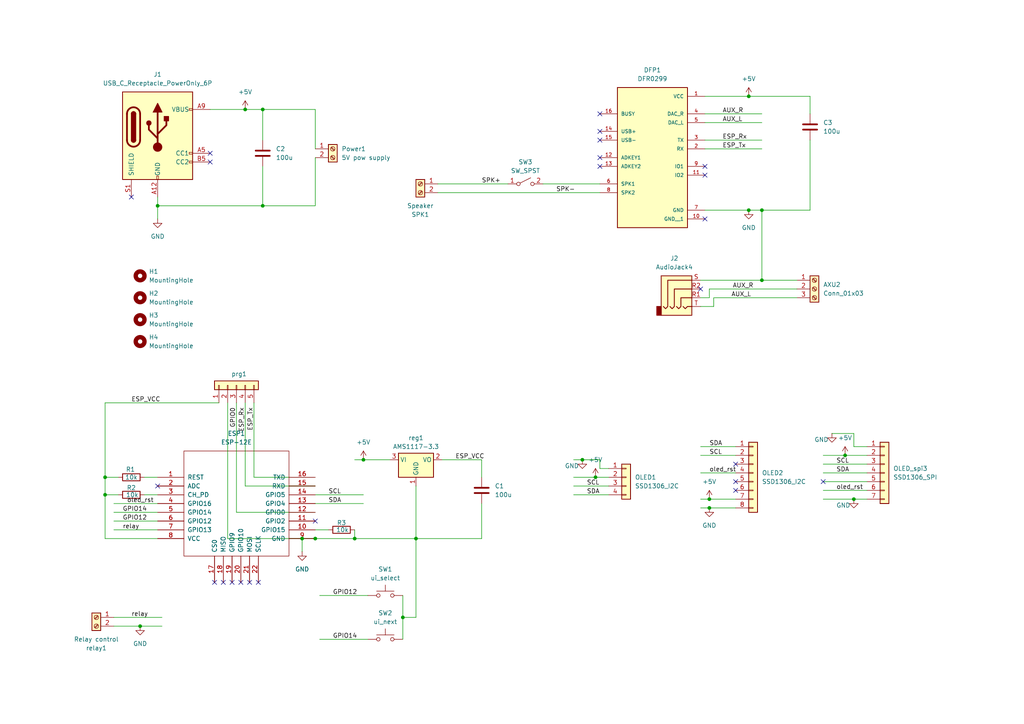
<source format=kicad_sch>
(kicad_sch (version 20250114) (generator "eeschema") (generator_version "9.0")
  (paper "A4")
  (lib_symbols
    (symbol "Connector:Screw_Terminal_01x02" (pin_names (offset 1.016) (hide yes))
      (property "Reference" "J" (at 0 2.54 0))
      (property "Value" "Screw_Terminal_01x02" (at 0 -5.08 0))
      (symbol "Screw_Terminal_01x02_1_1"
        (rectangle (start -1.27 1.27) (end 1.27 -3.81) (stroke (width 0.254)) (fill (type background)))
        (polyline (pts (xy -0.5334 0.3302) (xy 0.3302 -0.508)) (stroke (width 0.1524)))
        (polyline (pts (xy -0.5334 -2.2098) (xy 0.3302 -3.048)) (stroke (width 0.1524)))
        (polyline (pts (xy -0.3556 0.508) (xy 0.508 -0.3302)) (stroke (width 0.1524)))
        (polyline (pts (xy -0.3556 -2.032) (xy 0.508 -2.8702)) (stroke (width 0.1524)))
        (circle (center 0 0) (radius 0.635) (stroke (width 0.1524)))
        (circle (center 0 -2.54) (radius 0.635) (stroke (width 0.1524)))
        (pin passive line (at -5.08 0 0) (length 3.81) (name "Pin_1") (number "1"))
        (pin passive line (at -5.08 -2.54 0) (length 3.81) (name "Pin_2") (number "2"))
      )
    )
    (symbol "Connector:Screw_Terminal_01x03" (pin_names (offset 1.016) (hide yes))
      (property "Reference" "J" (at 0 5.08 0))
      (property "Value" "Screw_Terminal_01x03" (at 0 -5.08 0))
      (symbol "Screw_Terminal_01x03_1_1"
        (rectangle (start -1.27 3.81) (end 1.27 -3.81) (stroke (width 0.254)) (fill (type background)))
        (polyline (pts (xy -0.5334 2.8702) (xy 0.3302 2.032)) (stroke (width 0.1524)))
        (polyline (pts (xy -0.5334 0.3302) (xy 0.3302 -0.508)) (stroke (width 0.1524)))
        (polyline (pts (xy -0.5334 -2.2098) (xy 0.3302 -3.048)) (stroke (width 0.1524)))
        (polyline (pts (xy -0.3556 3.048) (xy 0.508 2.2098)) (stroke (width 0.1524)))
        (polyline (pts (xy -0.3556 0.508) (xy 0.508 -0.3302)) (stroke (width 0.1524)))
        (polyline (pts (xy -0.3556 -2.032) (xy 0.508 -2.8702)) (stroke (width 0.1524)))
        (circle (center 0 2.54) (radius 0.635) (stroke (width 0.1524)))
        (circle (center 0 0) (radius 0.635) (stroke (width 0.1524)))
        (circle (center 0 -2.54) (radius 0.635) (stroke (width 0.1524)))
        (pin passive line (at -5.08 2.54 0) (length 3.81) (name "Pin_1") (number "1"))
        (pin passive line (at -5.08 0 0) (length 3.81) (name "Pin_2") (number "2"))
        (pin passive line (at -5.08 -2.54 0) (length 3.81) (name "Pin_3") (number "3"))
      )
    )
    (symbol "Connector:USB_C_Receptacle_PowerOnly_6P" (pin_names (offset 1.016))
      (property "Reference" "J" (at 0 16.51 0))
      (property "Value" "USB_C_Receptacle_PowerOnly_6P" (at 0 13.97 0))
      (symbol "USB_C_Receptacle_PowerOnly_6P_0_0"
        (rectangle (start -0.254 -12.7) (end 0.254 -11.684))
        (rectangle (start 10.16 7.874) (end 9.144 7.366))
        (rectangle (start 10.16 -4.826) (end 9.144 -5.334))
        (rectangle (start 10.16 -7.366) (end 9.144 -7.874))
      )
      (symbol "USB_C_Receptacle_PowerOnly_6P_0_1"
        (rectangle (start -10.16 12.7) (end 10.16 -12.7) (stroke (width 0.254)) (fill (type background)))
        (polyline (pts (xy -8.89 -1.27) (xy -8.89 6.35)) (stroke (width 0.508)))
        (rectangle (start -7.62 -1.27) (end -6.35 6.35) (stroke (width 0.254)) (fill (type outline)))
        (arc (start -7.62 6.35) (mid -6.985 6.9823) (end -6.35 6.35) (stroke (width 0.254)))
        (arc (start -7.62 6.35) (mid -6.985 6.9823) (end -6.35 6.35) (stroke (width 0.254)) (fill (type outline)))
        (arc (start -8.89 6.35) (mid -6.985 8.2467) (end -5.08 6.35) (stroke (width 0.508)))
        (arc (start -5.08 -1.27) (mid -6.985 -3.1667) (end -8.89 -1.27) (stroke (width 0.508)))
        (arc (start -6.35 -1.27) (mid -6.985 -1.9023) (end -7.62 -1.27) (stroke (width 0.254)))
        (arc (start -6.35 -1.27) (mid -6.985 -1.9023) (end -7.62 -1.27) (stroke (width 0.254)) (fill (type outline)))
        (polyline (pts (xy -5.08 6.35) (xy -5.08 -1.27)) (stroke (width 0.508)))
        (circle (center -2.54 3.683) (radius 0.635) (stroke (width 0.254)) (fill (type outline)))
        (polyline (pts (xy -1.27 6.858) (xy 0 9.398) (xy 1.27 6.858) (xy -1.27 6.858)) (stroke (width 0.254)) (fill (type outline)))
        (polyline (pts (xy 0 0.508) (xy 2.54 3.048) (xy 2.54 4.318)) (stroke (width 0.508)))
        (polyline (pts (xy 0 -0.762) (xy -2.54 1.778) (xy -2.54 3.048)) (stroke (width 0.508)))
        (polyline (pts (xy 0 -3.302) (xy 0 6.858)) (stroke (width 0.508)))
        (circle (center 0 -3.302) (radius 1.27) (fill (type outline)))
        (rectangle (start 1.905 4.318) (end 3.175 5.588) (stroke (width 0.254)) (fill (type outline)))
      )
      (symbol "USB_C_Receptacle_PowerOnly_6P_1_1"
        (pin passive line (at -7.62 -17.78 90) (length 5.08) (name "SHIELD") (number "S1"))
        (pin passive line (at 0 -17.78 90) (length 5.08) (name "GND") (number "A12"))
        (pin passive line (at 0 -17.78 90) (length 5.08) (hide yes) (name "GND") (number "B12"))
        (pin passive line (at 15.24 7.62 180) (length 5.08) (name "VBUS") (number "A9"))
        (pin passive line (at 15.24 7.62 180) (length 5.08) (hide yes) (name "VBUS") (number "B9"))
        (pin bidirectional line (at 15.24 -5.08 180) (length 5.08) (name "CC1") (number "A5"))
        (pin bidirectional line (at 15.24 -7.62 180) (length 5.08) (name "CC2") (number "B5"))
      )
    )
    (symbol "Connector_Audio:AudioJack4"
      (property "Reference" "J" (at 0 8.89 0))
      (property "Value" "AudioJack4" (at 0 6.35 0))
      (symbol "AudioJack4_0_1"
        (rectangle (start -6.35 -5.08) (end -7.62 -7.62) (stroke (width 0.254)) (fill (type outline)))
        (polyline (pts (xy -5.715 -5.08) (xy -5.08 -5.715) (xy -4.445 -5.08) (xy -4.445 2.54) (xy 2.54 2.54)) (stroke (width 0.254)))
        (polyline (pts (xy -1.905 -5.08) (xy -1.27 -5.715) (xy -0.635 -5.08) (xy -0.635 -2.54) (xy 2.54 -2.54)) (stroke (width 0.254)))
        (polyline (pts (xy 0 -5.08) (xy 0.635 -5.715) (xy 1.27 -5.08) (xy 2.54 -5.08)) (stroke (width 0.254)))
        (rectangle (start 2.54 3.81) (end -6.35 -7.62) (stroke (width 0.254)) (fill (type background)))
        (polyline (pts (xy 2.54 0) (xy -2.54 0) (xy -2.54 -5.08) (xy -3.175 -5.715) (xy -3.81 -5.08)) (stroke (width 0.254)))
      )
      (symbol "AudioJack4_1_1"
        (pin passive line (at 5.08 2.54 180) (length 2.54) (name "~") (number "S"))
        (pin passive line (at 5.08 0 180) (length 2.54) (name "~") (number "R2"))
        (pin passive line (at 5.08 -2.54 180) (length 2.54) (name "~") (number "R1"))
        (pin passive line (at 5.08 -5.08 180) (length 2.54) (name "~") (number "T"))
      )
    )
    (symbol "Connector_Generic:Conn_01x04" (pin_names (offset 1.016) (hide yes))
      (property "Reference" "J" (at 0 5.08 0))
      (property "Value" "Conn_01x04" (at 0 -7.62 0))
      (symbol "Conn_01x04_1_1"
        (rectangle (start -1.27 3.81) (end 1.27 -6.35) (stroke (width 0.254)) (fill (type background)))
        (rectangle (start -1.27 2.667) (end 0 2.413) (stroke (width 0.1524)))
        (rectangle (start -1.27 0.127) (end 0 -0.127) (stroke (width 0.1524)))
        (rectangle (start -1.27 -2.413) (end 0 -2.667) (stroke (width 0.1524)))
        (rectangle (start -1.27 -4.953) (end 0 -5.207) (stroke (width 0.1524)))
        (pin passive line (at -5.08 2.54 0) (length 3.81) (name "Pin_1") (number "1"))
        (pin passive line (at -5.08 0 0) (length 3.81) (name "Pin_2") (number "2"))
        (pin passive line (at -5.08 -2.54 0) (length 3.81) (name "Pin_3") (number "3"))
        (pin passive line (at -5.08 -5.08 0) (length 3.81) (name "Pin_4") (number "4"))
      )
    )
    (symbol "Connector_Generic:Conn_01x05" (pin_names (offset 1.016) (hide yes))
      (property "Reference" "J" (at 0 7.62 0))
      (property "Value" "Conn_01x05" (at 0 -7.62 0))
      (symbol "Conn_01x05_1_1"
        (rectangle (start -1.27 6.35) (end 1.27 -6.35) (stroke (width 0.254)) (fill (type background)))
        (rectangle (start -1.27 5.207) (end 0 4.953) (stroke (width 0.1524)))
        (rectangle (start -1.27 2.667) (end 0 2.413) (stroke (width 0.1524)))
        (rectangle (start -1.27 0.127) (end 0 -0.127) (stroke (width 0.1524)))
        (rectangle (start -1.27 -2.413) (end 0 -2.667) (stroke (width 0.1524)))
        (rectangle (start -1.27 -4.953) (end 0 -5.207) (stroke (width 0.1524)))
        (pin passive line (at -5.08 5.08 0) (length 3.81) (name "Pin_1") (number "1"))
        (pin passive line (at -5.08 2.54 0) (length 3.81) (name "Pin_2") (number "2"))
        (pin passive line (at -5.08 0 0) (length 3.81) (name "Pin_3") (number "3"))
        (pin passive line (at -5.08 -2.54 0) (length 3.81) (name "Pin_4") (number "4"))
        (pin passive line (at -5.08 -5.08 0) (length 3.81) (name "Pin_5") (number "5"))
      )
    )
    (symbol "Connector_Generic:Conn_01x07" (pin_names (offset 1.016) (hide yes))
      (property "Reference" "J" (at 0 10.16 0))
      (property "Value" "Conn_01x07" (at 0 -10.16 0))
      (symbol "Conn_01x07_1_1"
        (rectangle (start -1.27 8.89) (end 1.27 -8.89) (stroke (width 0.254)) (fill (type background)))
        (rectangle (start -1.27 7.747) (end 0 7.493) (stroke (width 0.1524)))
        (rectangle (start -1.27 5.207) (end 0 4.953) (stroke (width 0.1524)))
        (rectangle (start -1.27 2.667) (end 0 2.413) (stroke (width 0.1524)))
        (rectangle (start -1.27 0.127) (end 0 -0.127) (stroke (width 0.1524)))
        (rectangle (start -1.27 -2.413) (end 0 -2.667) (stroke (width 0.1524)))
        (rectangle (start -1.27 -4.953) (end 0 -5.207) (stroke (width 0.1524)))
        (rectangle (start -1.27 -7.493) (end 0 -7.747) (stroke (width 0.1524)))
        (pin passive line (at -5.08 7.62 0) (length 3.81) (name "Pin_1") (number "1"))
        (pin passive line (at -5.08 5.08 0) (length 3.81) (name "Pin_2") (number "2"))
        (pin passive line (at -5.08 2.54 0) (length 3.81) (name "Pin_3") (number "3"))
        (pin passive line (at -5.08 0 0) (length 3.81) (name "Pin_4") (number "4"))
        (pin passive line (at -5.08 -2.54 0) (length 3.81) (name "Pin_5") (number "5"))
        (pin passive line (at -5.08 -5.08 0) (length 3.81) (name "Pin_6") (number "6"))
        (pin passive line (at -5.08 -7.62 0) (length 3.81) (name "Pin_7") (number "7"))
      )
    )
    (symbol "Connector_Generic:Conn_01x08" (pin_names (offset 1.016) (hide yes))
      (property "Reference" "J" (at 0 10.16 0))
      (property "Value" "Conn_01x08" (at 0 -12.7 0))
      (symbol "Conn_01x08_1_1"
        (rectangle (start -1.27 8.89) (end 1.27 -11.43) (stroke (width 0.254)) (fill (type background)))
        (rectangle (start -1.27 7.747) (end 0 7.493) (stroke (width 0.1524)))
        (rectangle (start -1.27 5.207) (end 0 4.953) (stroke (width 0.1524)))
        (rectangle (start -1.27 2.667) (end 0 2.413) (stroke (width 0.1524)))
        (rectangle (start -1.27 0.127) (end 0 -0.127) (stroke (width 0.1524)))
        (rectangle (start -1.27 -2.413) (end 0 -2.667) (stroke (width 0.1524)))
        (rectangle (start -1.27 -4.953) (end 0 -5.207) (stroke (width 0.1524)))
        (rectangle (start -1.27 -7.493) (end 0 -7.747) (stroke (width 0.1524)))
        (rectangle (start -1.27 -10.033) (end 0 -10.287) (stroke (width 0.1524)))
        (pin passive line (at -5.08 7.62 0) (length 3.81) (name "Pin_1") (number "1"))
        (pin passive line (at -5.08 5.08 0) (length 3.81) (name "Pin_2") (number "2"))
        (pin passive line (at -5.08 2.54 0) (length 3.81) (name "Pin_3") (number "3"))
        (pin passive line (at -5.08 0 0) (length 3.81) (name "Pin_4") (number "4"))
        (pin passive line (at -5.08 -2.54 0) (length 3.81) (name "Pin_5") (number "5"))
        (pin passive line (at -5.08 -5.08 0) (length 3.81) (name "Pin_6") (number "6"))
        (pin passive line (at -5.08 -7.62 0) (length 3.81) (name "Pin_7") (number "7"))
        (pin passive line (at -5.08 -10.16 0) (length 3.81) (name "Pin_8") (number "8"))
      )
    )
    (symbol "DFPlayer:DFR0299" (pin_names (offset 1.016))
      (property "Reference" "U" (at -10.16 18.542 0))
      (property "Value" "DFR0299" (at -10.16 -25.4 0))
      (symbol "DFR0299_0_0"
        (rectangle (start -10.16 -22.86) (end 10.16 17.78) (stroke (width 0.254)) (fill (type background)))
        (pin input line (at -15.24 10.16 0) (length 5.08) (name "BUSY") (number "16"))
        (pin input line (at -15.24 5.08 0) (length 5.08) (name "USB+") (number "14"))
        (pin input line (at -15.24 2.54 0) (length 5.08) (name "USB-") (number "15"))
        (pin input line (at -15.24 -2.54 0) (length 5.08) (name "ADKEY1") (number "12"))
        (pin input line (at -15.24 -5.08 0) (length 5.08) (name "ADKEY2") (number "13"))
        (pin passive line (at -15.24 -10.16 0) (length 5.08) (name "SPK1") (number "6"))
        (pin passive line (at -15.24 -12.7 0) (length 5.08) (name "SPK2") (number "8"))
        (pin power_in line (at 15.24 15.24 180) (length 5.08) (name "VCC") (number "1"))
        (pin output line (at 15.24 10.16 180) (length 5.08) (name "DAC_R") (number "4"))
        (pin output line (at 15.24 7.62 180) (length 5.08) (name "DAC_L") (number "5"))
        (pin output line (at 15.24 2.54 180) (length 5.08) (name "TX") (number "3"))
        (pin input line (at 15.24 0 180) (length 5.08) (name "RX") (number "2"))
        (pin bidirectional line (at 15.24 -5.08 180) (length 5.08) (name "IO1") (number "9"))
        (pin bidirectional line (at 15.24 -7.62 180) (length 5.08) (name "IO2") (number "11"))
        (pin power_in line (at 15.24 -17.78 180) (length 5.08) (name "GND") (number "7"))
        (pin power_in line (at 15.24 -20.32 180) (length 5.08) (name "GND__1") (number "10"))
      )
    )
    (symbol "Device:C" (pin_numbers (hide yes)) (pin_names (offset 0.254))
      (property "Reference" "C" (at 0.635 2.54 0))
      (property "Value" "C" (at 0.635 -2.54 0))
      (symbol "C_0_1"
        (polyline (pts (xy -2.032 0.762) (xy 2.032 0.762)) (stroke (width 0.508)))
        (polyline (pts (xy -2.032 -0.762) (xy 2.032 -0.762)) (stroke (width 0.508)))
      )
      (symbol "C_1_1"
        (pin passive line (at 0 3.81 270) (length 2.794) (name "~") (number "1"))
        (pin passive line (at 0 -3.81 90) (length 2.794) (name "~") (number "2"))
      )
    )
    (symbol "Device:R" (pin_numbers (hide yes)) (pin_names (offset 0))
      (property "Reference" "R" (at 2.032 0 90))
      (property "Value" "R" (at 0 0 90))
      (symbol "R_0_1"
        (rectangle (start -1.016 -2.54) (end 1.016 2.54) (stroke (width 0.254)))
      )
      (symbol "R_1_1"
        (pin passive line (at 0 3.81 270) (length 1.27) (name "~") (number "1"))
        (pin passive line (at 0 -3.81 90) (length 1.27) (name "~") (number "2"))
      )
    )
    (symbol "ESPs:ESP-12E" (pin_names (offset 1.016))
      (property "Reference" "U" (at 0 -2.54 0))
      (property "Value" "ESP-12E" (at 0 2.54 0))
      (symbol "ESP-12E_1_0"
        (rectangle (start -15.24 -15.24) (end 15.24 15.24))
      )
      (symbol "ESP-12E_1_1"
        (pin input line (at -22.86 7.62 0) (length 7.62) (name "REST") (number "1"))
        (pin passive line (at -22.86 5.08 0) (length 7.62) (name "ADC") (number "2"))
        (pin input line (at -22.86 2.54 0) (length 7.62) (name "CH_PD") (number "3"))
        (pin bidirectional line (at -22.86 0 0) (length 7.62) (name "GPIO16") (number "4"))
        (pin bidirectional line (at -22.86 -2.54 0) (length 7.62) (name "GPIO14") (number "5"))
        (pin bidirectional line (at -22.86 -5.08 0) (length 7.62) (name "GPIO12") (number "6"))
        (pin bidirectional line (at -22.86 -7.62 0) (length 7.62) (name "GPIO13") (number "7"))
        (pin power_in line (at -22.86 -10.16 0) (length 7.62) (name "VCC") (number "8"))
        (pin bidirectional line (at -6.35 -22.86 90) (length 7.62) (name "CS0") (number "17"))
        (pin bidirectional line (at -3.81 -22.86 90) (length 7.62) (name "MISO") (number "18"))
        (pin bidirectional line (at -1.27 -22.86 90) (length 7.62) (name "GPIO9") (number "19"))
        (pin bidirectional line (at 1.27 -22.86 90) (length 7.62) (name "GPIO10") (number "20"))
        (pin bidirectional line (at 3.81 -22.86 90) (length 7.62) (name "MOSI") (number "21"))
        (pin bidirectional line (at 6.35 -22.86 90) (length 7.62) (name "SCLK") (number "22"))
        (pin output line (at 22.86 7.62 180) (length 7.62) (name "TXD") (number "16"))
        (pin input line (at 22.86 5.08 180) (length 7.62) (name "RXD") (number "15"))
        (pin bidirectional line (at 22.86 2.54 180) (length 7.62) (name "GPIO5") (number "14"))
        (pin bidirectional line (at 22.86 0 180) (length 7.62) (name "GPIO4") (number "13"))
        (pin bidirectional line (at 22.86 -2.54 180) (length 7.62) (name "GPIO0") (number "12"))
        (pin bidirectional line (at 22.86 -5.08 180) (length 7.62) (name "GPIO2") (number "11"))
        (pin bidirectional line (at 22.86 -7.62 180) (length 7.62) (name "GPIO15") (number "10"))
        (pin power_in line (at 22.86 -10.16 180) (length 7.62) (name "GND") (number "9"))
      )
    )
    (symbol "Mechanical:MountingHole" (pin_names (offset 1.016)) (in_bom no)
      (property "Reference" "H" (at 0 5.08 0))
      (property "Value" "MountingHole" (at 0 3.175 0))
      (symbol "MountingHole_0_1"
        (circle (center 0 0) (radius 1.27) (stroke (width 1.27)))
      )
    )
    (symbol "Regulator_Linear:AMS1117-3.3"
      (property "Reference" "U" (at -3.81 3.175 0))
      (property "Value" "AMS1117-3.3" (at 0 3.175 0))
      (symbol "AMS1117-3.3_0_1"
        (rectangle (start -5.08 -5.08) (end 5.08 1.905) (stroke (width 0.254)) (fill (type background)))
      )
      (symbol "AMS1117-3.3_1_1"
        (pin power_in line (at -7.62 0 0) (length 2.54) (name "VI") (number "3"))
        (pin power_in line (at 0 -7.62 90) (length 2.54) (name "GND") (number "1"))
        (pin power_out line (at 7.62 0 180) (length 2.54) (name "VO") (number "2"))
      )
    )
    (symbol "Screw_Terminal_01x02_1" (pin_names (offset 1.016) (hide yes))
      (property "Reference" "Power1" (at 2.54 0.0001 0))
      (property "Value" "5V pow supply" (at 2.54 -2.5399 0))
      (symbol "Screw_Terminal_01x02_1_1_1"
        (rectangle (start -1.27 1.27) (end 1.27 -3.81) (stroke (width 0.254)) (fill (type background)))
        (polyline (pts (xy -0.5334 0.3302) (xy 0.3302 -0.508)) (stroke (width 0.1524)))
        (polyline (pts (xy -0.5334 -2.2098) (xy 0.3302 -3.048)) (stroke (width 0.1524)))
        (polyline (pts (xy -0.3556 0.508) (xy 0.508 -0.3302)) (stroke (width 0.1524)))
        (polyline (pts (xy -0.3556 -2.032) (xy 0.508 -2.8702)) (stroke (width 0.1524)))
        (circle (center 0 0) (radius 0.635) (stroke (width 0.1524)))
        (circle (center 0 -2.54) (radius 0.635) (stroke (width 0.1524)))
        (pin power_out line (at -5.08 0 0) (length 3.81) (name "Pin_1") (number "1"))
        (pin power_out line (at -5.08 -2.54 0) (length 3.81) (name "Pin_2") (number "2"))
      )
    )
    (symbol "Switch:SW_Push" (pin_numbers (hide yes)) (pin_names (offset 1.016) (hide yes))
      (property "Reference" "SW" (at 1.27 2.54 0))
      (property "Value" "SW_Push" (at 0 -1.524 0))
      (symbol "SW_Push_0_1"
        (circle (center -2.032 0) (radius 0.508))
        (polyline (pts (xy 0 1.27) (xy 0 3.048)))
        (circle (center 2.032 0) (radius 0.508))
        (polyline (pts (xy 2.54 1.27) (xy -2.54 1.27)))
        (pin passive line (at -5.08 0 0) (length 2.54) (name "1") (number "1"))
        (pin passive line (at 5.08 0 180) (length 2.54) (name "2") (number "2"))
      )
    )
    (symbol "Switch:SW_SPST" (pin_names (offset 0) (hide yes))
      (property "Reference" "SW" (at 0 3.175 0))
      (property "Value" "SW_SPST" (at 0 -2.54 0))
      (symbol "SW_SPST_0_0"
        (circle (center -2.032 0) (radius 0.508))
        (polyline (pts (xy -1.524 0.254) (xy 1.524 1.778)))
        (circle (center 2.032 0) (radius 0.508))
      )
      (symbol "SW_SPST_1_1"
        (pin passive line (at -5.08 0 0) (length 2.54) (name "A") (number "1"))
        (pin passive line (at 5.08 0 180) (length 2.54) (name "B") (number "2"))
      )
    )
    (symbol "power:+5V" (power) (pin_numbers (hide yes)) (pin_names (offset 0) (hide yes))
      (property "Value" "+5V" (at 0 3.556 0))
      (symbol "+5V_0_1"
        (polyline (pts (xy -0.762 1.27) (xy 0 2.54)))
        (polyline (pts (xy 0 2.54) (xy 0.762 1.27)))
        (polyline (pts (xy 0 0) (xy 0 2.54)))
      )
      (symbol "+5V_1_1"
        (pin power_in line (at 0 0 90) (length 0) (name "~") (number "1"))
      )
    )
    (symbol "power:GND" (power) (pin_numbers (hide yes)) (pin_names (offset 0) (hide yes))
      (property "Value" "GND" (at 0 -3.81 0))
      (symbol "GND_0_1"
        (polyline (pts (xy 0 0) (xy 0 -1.27) (xy 1.27 -1.27) (xy 0 -2.54) (xy -1.27 -1.27) (xy 0 -1.27)))
      )
      (symbol "GND_1_1"
        (pin power_in line (at 0 0 270) (length 0) (name "~") (number "1"))
      )
    )
  )
  (junction (at 116.84 179.07))
  (junction (at 245.11 132.08))
  (junction (at 105.41 133.35))
  (junction (at 76.2 59.69))
  (junction (at 120.65 156.21))
  (junction (at 205.74 147.32))
  (junction (at 205.74 144.78))
  (junction (at 30.48 143.51))
  (junction (at 45.72 59.69))
  (junction (at 217.17 27.94))
  (junction (at 71.12 31.75))
  (junction (at 172.72 138.43))
  (junction (at 102.87 156.21))
  (junction (at 87.63 156.21))
  (junction (at 247.65 144.78))
  (junction (at 217.17 60.96))
  (junction (at 220.98 60.96))
  (junction (at 40.64 181.61))
  (junction (at 220.98 81.28))
  (junction (at 91.44 156.21))
  (junction (at 30.48 138.43))
  (junction (at 76.2 31.75))
  (junction (at 168.91 133.35))
  (no_connect (at 67.31 168.91))
  (no_connect (at 38.1 57.15))
  (no_connect (at 69.85 168.91))
  (no_connect (at 173.99 40.64))
  (no_connect (at 60.96 44.45))
  (no_connect (at 62.23 168.91))
  (no_connect (at 173.99 48.26))
  (no_connect (at 238.76 139.7))
  (no_connect (at 204.47 50.8))
  (no_connect (at 204.47 63.5))
  (no_connect (at 204.47 48.26))
  (no_connect (at 173.99 38.1))
  (no_connect (at 60.96 46.99))
  (no_connect (at 213.36 142.24))
  (no_connect (at 213.36 134.62))
  (no_connect (at 173.99 33.02))
  (no_connect (at 173.99 45.72))
  (no_connect (at 72.39 168.91))
  (no_connect (at 64.77 168.91))
  (no_connect (at 203.2 83.82))
  (no_connect (at 45.72 140.97))
  (no_connect (at 74.93 168.91))
  (no_connect (at 213.36 139.7))
  (no_connect (at 91.44 151.13))
  (wire (pts (xy 217.17 27.94) (xy 234.95 27.94)))
  (wire (pts (xy 33.02 181.61) (xy 40.64 181.61)))
  (wire (pts (xy 116.84 172.72) (xy 116.84 179.07)))
  (wire (pts (xy 41.91 143.51) (xy 45.72 143.51)))
  (wire (pts (xy 73.66 138.43) (xy 73.66 116.84)))
  (wire (pts (xy 30.48 143.51) (xy 34.29 143.51)))
  (wire (pts (xy 247.65 125.73) (xy 241.3 125.73)))
  (wire (pts (xy 116.84 179.07) (xy 116.84 185.42)))
  (wire (pts (xy 172.72 138.43) (xy 176.53 138.43)))
  (wire (pts (xy 60.96 31.75) (xy 71.12 31.75)))
  (wire (pts (xy 87.63 156.21) (xy 66.04 156.21)))
  (wire (pts (xy 91.44 31.75) (xy 76.2 31.75)))
  (wire (pts (xy 102.87 133.35) (xy 105.41 133.35)))
  (wire (pts (xy 166.37 133.35) (xy 168.91 133.35)))
  (wire (pts (xy 91.44 138.43) (xy 73.66 138.43)))
  (wire (pts (xy 205.74 144.78) (xy 213.36 144.78)))
  (wire (pts (xy 204.47 43.18) (xy 220.98 43.18)))
  (wire (pts (xy 204.47 60.96) (xy 217.17 60.96)))
  (wire (pts (xy 91.44 45.72) (xy 91.44 59.69)))
  (wire (pts (xy 238.76 137.16) (xy 251.46 137.16)))
  (wire (pts (xy 71.12 31.75) (xy 76.2 31.75)))
  (wire (pts (xy 166.37 143.51) (xy 176.53 143.51)))
  (wire (pts (xy 247.65 129.54) (xy 247.65 125.73)))
  (wire (pts (xy 116.84 179.07) (xy 120.65 179.07)))
  (wire (pts (xy 33.02 179.07) (xy 46.99 179.07)))
  (wire (pts (xy 207.01 86.36) (xy 231.14 86.36)))
  (wire (pts (xy 238.76 134.62) (xy 251.46 134.62)))
  (wire (pts (xy 30.48 138.43) (xy 30.48 143.51)))
  (wire (pts (xy 45.72 59.69) (xy 45.72 63.5)))
  (wire (pts (xy 166.37 140.97) (xy 176.53 140.97)))
  (wire (pts (xy 40.64 181.61) (xy 46.99 181.61)))
  (wire (pts (xy 105.41 133.35) (xy 113.03 133.35)))
  (wire (pts (xy 166.37 138.43) (xy 172.72 138.43)))
  (wire (pts (xy 30.48 156.21) (xy 45.72 156.21)))
  (wire (pts (xy 203.2 147.32) (xy 205.74 147.32)))
  (wire (pts (xy 234.95 40.64) (xy 234.95 60.96)))
  (wire (pts (xy 205.74 83.82) (xy 205.74 86.36)))
  (wire (pts (xy 66.04 156.21) (xy 66.04 116.84)))
  (wire (pts (xy 120.65 179.07) (xy 120.65 156.21)))
  (wire (pts (xy 247.65 129.54) (xy 251.46 129.54)))
  (wire (pts (xy 234.95 27.94) (xy 234.95 33.02)))
  (wire (pts (xy 120.65 140.97) (xy 120.65 156.21)))
  (wire (pts (xy 45.72 57.15) (xy 45.72 59.69)))
  (wire (pts (xy 33.02 148.59) (xy 45.72 148.59)))
  (wire (pts (xy 157.48 53.34) (xy 173.99 53.34)))
  (wire (pts (xy 245.11 132.08) (xy 251.46 132.08)))
  (wire (pts (xy 71.12 140.97) (xy 71.12 116.84)))
  (wire (pts (xy 203.2 132.08) (xy 213.36 132.08)))
  (wire (pts (xy 205.74 83.82) (xy 231.14 83.82)))
  (wire (pts (xy 203.2 81.28) (xy 220.98 81.28)))
  (wire (pts (xy 238.76 144.78) (xy 247.65 144.78)))
  (wire (pts (xy 203.2 137.16) (xy 213.36 137.16)))
  (wire (pts (xy 204.47 33.02) (xy 220.98 33.02)))
  (wire (pts (xy 33.02 146.05) (xy 45.72 146.05)))
  (wire (pts (xy 247.65 144.78) (xy 251.46 144.78)))
  (wire (pts (xy 30.48 116.84) (xy 30.48 138.43)))
  (wire (pts (xy 120.65 156.21) (xy 139.7 156.21)))
  (wire (pts (xy 92.71 185.42) (xy 106.68 185.42)))
  (wire (pts (xy 234.95 60.96) (xy 220.98 60.96)))
  (wire (pts (xy 76.2 31.75) (xy 76.2 40.64)))
  (wire (pts (xy 203.2 129.54) (xy 213.36 129.54)))
  (wire (pts (xy 205.74 147.32) (xy 213.36 147.32)))
  (wire (pts (xy 92.71 172.72) (xy 106.68 172.72)))
  (wire (pts (xy 91.44 148.59) (xy 68.58 148.59)))
  (wire (pts (xy 176.53 135.89) (xy 173.99 135.89)))
  (wire (pts (xy 139.7 146.05) (xy 139.7 156.21)))
  (wire (pts (xy 87.63 160.02) (xy 87.63 156.21)))
  (wire (pts (xy 205.74 86.36) (xy 203.2 86.36)))
  (wire (pts (xy 91.44 156.21) (xy 87.63 156.21)))
  (wire (pts (xy 102.87 156.21) (xy 120.65 156.21)))
  (wire (pts (xy 127 55.88) (xy 173.99 55.88)))
  (wire (pts (xy 91.44 43.18) (xy 91.44 31.75)))
  (wire (pts (xy 91.44 140.97) (xy 71.12 140.97)))
  (wire (pts (xy 238.76 142.24) (xy 251.46 142.24)))
  (wire (pts (xy 207.01 86.36) (xy 207.01 88.9)))
  (wire (pts (xy 33.02 151.13) (xy 45.72 151.13)))
  (wire (pts (xy 204.47 40.64) (xy 220.98 40.64)))
  (wire (pts (xy 220.98 81.28) (xy 220.98 60.96)))
  (wire (pts (xy 139.7 133.35) (xy 139.7 138.43)))
  (wire (pts (xy 207.01 88.9) (xy 203.2 88.9)))
  (wire (pts (xy 91.44 59.69) (xy 76.2 59.69)))
  (wire (pts (xy 217.17 60.96) (xy 220.98 60.96)))
  (wire (pts (xy 102.87 153.67) (xy 102.87 156.21)))
  (wire (pts (xy 63.5 116.84) (xy 30.48 116.84)))
  (wire (pts (xy 204.47 35.56) (xy 220.98 35.56)))
  (wire (pts (xy 127 53.34) (xy 147.32 53.34)))
  (wire (pts (xy 204.47 27.94) (xy 217.17 27.94)))
  (wire (pts (xy 41.91 138.43) (xy 45.72 138.43)))
  (wire (pts (xy 68.58 148.59) (xy 68.58 116.84)))
  (wire (pts (xy 220.98 81.28) (xy 231.14 81.28)))
  (wire (pts (xy 173.99 135.89) (xy 173.99 133.35)))
  (wire (pts (xy 128.27 133.35) (xy 139.7 133.35)))
  (wire (pts (xy 45.72 59.69) (xy 76.2 59.69)))
  (wire (pts (xy 102.87 156.21) (xy 91.44 156.21)))
  (wire (pts (xy 238.76 139.7) (xy 251.46 139.7)))
  (wire (pts (xy 91.44 143.51) (xy 105.41 143.51)))
  (wire (pts (xy 91.44 146.05) (xy 105.41 146.05)))
  (wire (pts (xy 76.2 48.26) (xy 76.2 59.69)))
  (wire (pts (xy 91.44 153.67) (xy 95.25 153.67)))
  (wire (pts (xy 168.91 133.35) (xy 173.99 133.35)))
  (wire (pts (xy 30.48 143.51) (xy 30.48 156.21)))
  (wire (pts (xy 30.48 138.43) (xy 34.29 138.43)))
  (wire (pts (xy 33.02 153.67) (xy 45.72 153.67)))
  (wire (pts (xy 203.2 144.78) (xy 205.74 144.78)))
  (wire (pts (xy 238.76 132.08) (xy 245.11 132.08)))
  (label "ESP_VCC" (at 132.08 133.35 0))
  (label "relay" (at 35.56 153.67 0))
  (label "oled_rst" (at 242.57 142.24 0))
  (label "AUX_R" (at 212.4814 83.82 0))
  (label "SPK-" (at 161.29 55.88 0))
  (label "SCL" (at 205.74 132.08 0))
  (label "ESP_Tx" (at 73.66 118.11 270))
  (label "ESP_VCC" (at 38.1 116.84 0))
  (label "oled_rst" (at 36.83 146.05 0))
  (label "ESP_Rx" (at 71.12 118.11 270))
  (label "SPK+" (at 139.7 53.34 0))
  (label "SCL" (at 242.57 134.62 0))
  (label "AUX_L" (at 212.09 86.36 0))
  (label "GPIO14" (at 35.56 148.59 0))
  (label "AUX_R" (at 209.55 33.02 0))
  (label "GPIO12" (at 35.56 151.13 0))
  (label "SDA" (at 205.74 129.54 0))
  (label "oled_rst" (at 205.74 137.16 0))
  (label "GPIO0" (at 68.58 118.11 270))
  (label "SDA" (at 242.57 137.16 0))
  (label "AUX_L" (at 209.55 35.56 0))
  (label "SCL" (at 170.18 140.97 0))
  (label "GPIO12" (at 96.52 172.72 0))
  (label "ESP_Tx" (at 209.55 43.18 0))
  (label "SCL" (at 95.25 143.51 0))
  (label "ESP_Rx" (at 209.55 40.64 0))
  (label "SDA" (at 170.18 143.51 0))
  (label "SDA" (at 95.25 146.05 0))
  (label "GPIO14" (at 96.52 185.42 0))
  (label "relay" (at 38.1 179.07 0))
  (symbol (lib_id "Connector:USB_C_Receptacle_PowerOnly_6P") (at 45.72 39.37 0) (unit 1)
    (property "Reference" "J1" (at 45.72 21.59 0))
    (property "Value" "USB_C_Receptacle_PowerOnly_6P" (at 45.72 24.13 0))
    (property "Footprint" "Connector_USB:USB_C_Receptacle_GCT_USB4125-xx-x_6P_TopMnt_Horizontal" (effects (hide yes)))
    (property "Datasheet" "https://www.usb.org/sites/default/files/documents/usb_type-c.zip" (effects (hide yes)))
    (property "Description" "USB Power-Only 6P Type-C Receptacle connector" (effects (hide yes)))
  )
  (symbol (lib_id "Mechanical:MountingHole") (at 40.64 86.36 0) (unit 1) (in_bom no)
    (property "Reference" "H2" (at 43.18 85.0899 0) (effects (justify left)))
    (property "Value" "MountingHole" (at 43.18 87.6299 0) (effects (justify left)))
    (property "Footprint" "MountingHole:MountingHole_3.2mm_M3" (effects (hide yes)))
    (property "Description" "Mounting Hole without connection" (effects (hide yes)))
  )
  (symbol (lib_id "power:GND") (at 241.3 125.73 0) (unit 1)
    (property "Reference" "#PWR011" (effects (hide yes)))
    (property "Value" "GND" (at 238.252 127.508 0))
    (property "Description" "Power symbol creates a global label with name \"GND\" , ground" (effects (hide yes)))
  )
  (symbol (lib_id "Connector:Screw_Terminal_01x02") (at 27.94 179.07 0) (mirror y) (unit 1)
    (property "Reference" "relay1" (at 27.94 187.96 0))
    (property "Value" "Relay control" (at 27.94 185.42 0))
    (property "Footprint" "TerminalBlock:TerminalBlock_MaiXu_MX126-5.0-02P_1x02_P5.00mm" (effects (hide yes)))
    (property "Description" "Generic screw terminal, single row, 01x02, script generated (kicad-library-utils/schlib/autogen/connector/)" (effects (hide yes)))
  )
  (symbol (lib_id "Device:R") (at 99.06 153.67 90) (unit 1)
    (property "Reference" "R3" (at 99.06 151.638 90))
    (property "Value" "10k" (at 99.314 153.67 90))
    (property "Footprint" "Resistor_THT:R_Axial_DIN0207_L6.3mm_D2.5mm_P7.62mm_Horizontal" (effects (hide yes)))
    (property "Description" "Resistor" (effects (hide yes)))
  )
  (symbol (lib_id "Device:C") (at 76.2 44.45 0) (unit 1)
    (property "Reference" "C2" (at 80.01 43.1799 0) (effects (justify left)))
    (property "Value" "100u" (at 80.01 45.7199 0) (effects (justify left)))
    (property "Footprint" "Capacitor_THT:CP_Radial_D10.0mm_P5.00mm_P7.50mm" (effects (hide yes)))
    (property "Description" "Unpolarized capacitor" (effects (hide yes)))
  )
  (symbol (lib_id "Switch:SW_Push") (at 111.76 172.72 0) (unit 1)
    (property "Reference" "SW1" (at 111.76 165.1 0))
    (property "Value" "ui_select" (at 111.76 167.64 0))
    (property "Footprint" "Button_Switch_THT:SW_SPST_Omron_B3F-40xx" (effects (hide yes)))
    (property "Description" "Push button switch, generic, two pins" (effects (hide yes)))
  )
  (symbol (lib_id "Mechanical:MountingHole") (at 40.64 80.01 0) (unit 1) (in_bom no)
    (property "Reference" "H1" (at 43.18 78.7399 0) (effects (justify left)))
    (property "Value" "MountingHole" (at 43.18 81.2799 0) (effects (justify left)))
    (property "Footprint" "MountingHole:MountingHole_3.2mm_M3" (effects (hide yes)))
    (property "Description" "Mounting Hole without connection" (effects (hide yes)))
  )
  (symbol (lib_id "power:+5V") (at 105.41 133.35 0) (unit 1)
    (property "Reference" "#PWR03" (effects (hide yes)))
    (property "Value" "+5V" (at 105.41 128.27 0))
    (property "Description" "Power symbol creates a global label with name \"+5V\"" (effects (hide yes)))
  )
  (symbol (lib_id "Regulator_Linear:AMS1117-3.3") (at 120.65 133.35 0) (unit 1)
    (property "Reference" "reg1" (at 120.65 127 0))
    (property "Value" "AMS1117-3.3" (at 120.65 129.54 0))
    (property "Footprint" "Package_TO_SOT_SMD:SOT-223-3_TabPin2" (effects (hide yes)))
    (property "Datasheet" "http://www.advanced-monolithic.com/pdf/ds1117.pdf" (effects (hide yes)))
    (property "Description" "1A Low Dropout regulator, positive, 3.3V fixed output, SOT-223" (effects (hide yes)))
  )
  (symbol (lib_id "power:GND") (at 168.91 133.35 0) (unit 1)
    (property "Reference" "#PWR09" (effects (hide yes)))
    (property "Value" "GND" (at 165.862 135.128 0))
    (property "Description" "Power symbol creates a global label with name \"GND\" , ground" (effects (hide yes)))
  )
  (symbol (lib_id "power:GND") (at 247.65 144.78 0) (unit 1)
    (property "Reference" "#PWR013" (effects (hide yes)))
    (property "Value" "GND" (at 244.602 146.558 0))
    (property "Description" "Power symbol creates a global label with name \"GND\" , ground" (effects (hide yes)))
  )
  (symbol (lib_id "Device:C") (at 139.7 142.24 0) (unit 1)
    (property "Reference" "C1" (at 143.51 140.9699 0) (effects (justify left)))
    (property "Value" "100u" (at 143.51 143.5099 0) (effects (justify left)))
    (property "Footprint" "Capacitor_THT:CP_Radial_D10.0mm_P5.00mm_P7.50mm" (effects (hide yes)))
    (property "Description" "Unpolarized capacitor" (effects (hide yes)))
  )
  (symbol (lib_id "power:GND") (at 45.72 63.5 0) (unit 1)
    (property "Reference" "#PWR04" (effects (hide yes)))
    (property "Value" "GND" (at 45.72 68.58 0))
    (property "Description" "Power symbol creates a global label with name \"GND\" , ground" (effects (hide yes)))
  )
  (symbol (lib_id "power:+5V") (at 71.12 31.75 0) (unit 1)
    (property "Reference" "#PWR02" (effects (hide yes)))
    (property "Value" "+5V" (at 71.12 26.67 0))
    (property "Description" "Power symbol creates a global label with name \"+5V\"" (effects (hide yes)))
  )
  (symbol (lib_id "Connector:Screw_Terminal_01x03") (at 236.22 83.82 0) (unit 1)
    (property "Reference" "AXU2" (at 238.76 82.5499 0) (effects (justify left)))
    (property "Value" "Conn_01x03" (at 238.76 85.0899 0) (effects (justify left)))
    (property "Footprint" "TerminalBlock:TerminalBlock_MaiXu_MX126-5.0-03P_1x03_P5.00mm" (effects (hide yes)))
    (property "Description" "Generic screw terminal, single row, 01x03, script generated (kicad-library-utils/schlib/autogen/connector/)" (effects (hide yes)))
  )
  (symbol (lib_id "power:GND") (at 40.64 181.61 0) (unit 1)
    (property "Reference" "#PWR014" (effects (hide yes)))
    (property "Value" "GND" (at 40.64 186.69 0))
    (property "Description" "Power symbol creates a global label with name \"GND\" , ground" (effects (hide yes)))
  )
  (symbol (lib_id "power:GND") (at 87.63 160.02 0) (unit 1)
    (property "Reference" "#PWR01" (effects (hide yes)))
    (property "Value" "GND" (at 87.63 165.1 0))
    (property "Description" "Power symbol creates a global label with name \"GND\" , ground" (effects (hide yes)))
  )
  (symbol (lib_id "Mechanical:MountingHole") (at 40.64 99.06 0) (unit 1) (in_bom no)
    (property "Reference" "H4" (at 43.18 97.7899 0) (effects (justify left)))
    (property "Value" "MountingHole" (at 43.18 100.3299 0) (effects (justify left)))
    (property "Footprint" "MountingHole:MountingHole_3.2mm_M3" (effects (hide yes)))
    (property "Description" "Mounting Hole without connection" (effects (hide yes)))
  )
  (symbol (lib_id "power:+5V") (at 205.74 144.78 0) (unit 1)
    (property "Reference" "#PWR08" (effects (hide yes)))
    (property "Value" "+5V" (at 205.74 139.7 0))
    (property "Description" "Power symbol creates a global label with name \"+5V\"" (effects (hide yes)))
  )
  (symbol (lib_id "Connector_Generic:Conn_01x08") (at 218.44 137.16 0) (unit 1)
    (property "Reference" "OLED2" (at 220.98 137.1599 0) (effects (justify left)))
    (property "Value" "SSD1306_I2C" (at 220.98 139.6999 0) (effects (justify left)))
    (property "Footprint" "Display:Adafruit_SSD1306" (effects (hide yes)))
    (property "Description" "Generic connector, single row, 01x08, script generated (kicad-library-utils/schlib/autogen/connector/)" (effects (hide yes)))
  )
  (symbol (lib_name "Screw_Terminal_01x02_1") (lib_id "Connector:Screw_Terminal_01x02") (at 96.52 43.18 0) (unit 1)
    (property "Reference" "Power1" (at 99.06 43.1799 0) (effects (justify left)))
    (property "Value" "5V pow supply" (at 99.06 45.7199 0) (effects (justify left)))
    (property "Footprint" "TerminalBlock:TerminalBlock_MaiXu_MX126-5.0-02P_1x02_P5.00mm" (effects (hide yes)))
    (property "Description" "Generic screw terminal, single row, 01x02, script generated (kicad-library-utils/schlib/autogen/connector/)" (effects (hide yes)))
  )
  (symbol (lib_id "Device:R") (at 38.1 138.43 90) (unit 1)
    (property "Reference" "R1" (at 37.846 136.144 90))
    (property "Value" "10k" (at 38.1 138.43 90))
    (property "Footprint" "Resistor_THT:R_Axial_DIN0207_L6.3mm_D2.5mm_P7.62mm_Horizontal" (effects (hide yes)))
    (property "Description" "Resistor" (effects (hide yes)))
  )
  (symbol (lib_id "Connector_Generic:Conn_01x07") (at 256.54 137.16 0) (unit 1)
    (property "Reference" "OLED_spi3" (at 259.08 135.8899 0) (effects (justify left)))
    (property "Value" "SSD1306_SPI" (at 259.08 138.4299 0) (effects (justify left)))
    (property "Footprint" "Connector_PinHeader_2.54mm:PinHeader_1x07_P2.54mm_Vertical" (effects (hide yes)))
    (property "Description" "Generic connector, single row, 01x07, script generated (kicad-library-utils/schlib/autogen/connector/)" (effects (hide yes)))
  )
  (symbol (lib_id "Mechanical:MountingHole") (at 40.64 92.71 0) (unit 1) (in_bom no)
    (property "Reference" "H3" (at 43.18 91.4399 0) (effects (justify left)))
    (property "Value" "MountingHole" (at 43.18 93.9799 0) (effects (justify left)))
    (property "Footprint" "MountingHole:MountingHole_3.2mm_M3" (effects (hide yes)))
    (property "Description" "Mounting Hole without connection" (effects (hide yes)))
  )
  (symbol (lib_id "Switch:SW_SPST") (at 152.4 53.34 0) (unit 1)
    (property "Reference" "SW3" (at 152.4 46.99 0))
    (property "Value" "SW_SPST" (at 152.4 49.53 0))
    (property "Footprint" "Button_Switch_THT:SW_Slide-03_Wuerth-WS-SLTV_10x2.5x6.4_P2.54mm" (effects (hide yes)))
    (property "Description" "Single Pole Single Throw (SPST) switch" (effects (hide yes)))
  )
  (symbol (lib_id "Connector_Audio:AudioJack4") (at 198.12 83.82 0) (unit 1)
    (property "Reference" "J2" (at 195.58 74.93 0))
    (property "Value" "AudioJack4" (at 195.58 77.47 0))
    (property "Footprint" "Connector_Audio:Jack_3.5mm_PJ320E_Horizontal" (effects (hide yes)))
    (property "Description" "Audio Jack, 4 Poles (TRRS)" (effects (hide yes)))
  )
  (symbol (lib_id "Switch:SW_Push") (at 111.76 185.42 0) (unit 1)
    (property "Reference" "SW2" (at 111.76 177.8 0))
    (property "Value" "ui_next" (at 111.76 180.34 0))
    (property "Footprint" "Button_Switch_THT:SW_SPST_Omron_B3F-40xx" (effects (hide yes)))
    (property "Description" "Push button switch, generic, two pins" (effects (hide yes)))
  )
  (symbol (lib_id "power:+5V") (at 245.11 132.08 0) (unit 1)
    (property "Reference" "#PWR012" (effects (hide yes)))
    (property "Value" "+5V" (at 245.11 127 0))
    (property "Description" "Power symbol creates a global label with name \"+5V\"" (effects (hide yes)))
  )
  (symbol (lib_id "power:+5V") (at 172.72 138.43 0) (unit 1)
    (property "Reference" "#PWR010" (effects (hide yes)))
    (property "Value" "+5V" (at 172.72 133.35 0))
    (property "Description" "Power symbol creates a global label with name \"+5V\"" (effects (hide yes)))
  )
  (symbol (lib_id "Connector_Generic:Conn_01x04") (at 181.61 138.43 0) (unit 1)
    (property "Reference" "OLED1" (at 184.15 138.4299 0) (effects (justify left)))
    (property "Value" "SSD1306_I2C" (at 184.15 140.9699 0) (effects (justify left)))
    (property "Footprint" "Connector_PinHeader_2.54mm:PinHeader_1x04_P2.54mm_Vertical" (effects (hide yes)))
    (property "Description" "Generic connector, single row, 01x04, script generated (kicad-library-utils/schlib/autogen/connector/)" (effects (hide yes)))
  )
  (symbol (lib_id "Connector:Screw_Terminal_01x02") (at 121.92 53.34 0) (mirror y) (unit 1)
    (property "Reference" "SPK1" (at 121.92 62.23 0))
    (property "Value" "Speaker" (at 121.92 59.69 0))
    (property "Footprint" "TerminalBlock:TerminalBlock_MaiXu_MX126-5.0-02P_1x02_P5.00mm" (effects (hide yes)))
    (property "Description" "Generic screw terminal, single row, 01x02, script generated (kicad-library-utils/schlib/autogen/connector/)" (effects (hide yes)))
  )
  (symbol (lib_id "power:GND") (at 205.74 147.32 0) (unit 1)
    (property "Reference" "#PWR07" (effects (hide yes)))
    (property "Value" "GND" (at 205.74 152.4 0))
    (property "Description" "Power symbol creates a global label with name \"GND\" , ground" (effects (hide yes)))
  )
  (symbol (lib_id "power:GND") (at 217.17 60.96 0) (unit 1)
    (property "Reference" "#PWR06" (effects (hide yes)))
    (property "Value" "GND" (at 217.17 66.04 0))
    (property "Description" "Power symbol creates a global label with name \"GND\" , ground" (effects (hide yes)))
  )
  (symbol (lib_id "Device:C") (at 234.95 36.83 0) (unit 1)
    (property "Reference" "C3" (at 238.76 35.5599 0) (effects (justify left)))
    (property "Value" "100u" (at 238.76 38.0999 0) (effects (justify left)))
    (property "Footprint" "Capacitor_THT:CP_Radial_D10.0mm_P5.00mm_P7.50mm" (effects (hide yes)))
    (property "Description" "Unpolarized capacitor" (effects (hide yes)))
  )
  (symbol (lib_id "power:+5V") (at 217.17 27.94 0) (unit 1)
    (property "Reference" "#PWR05" (effects (hide yes)))
    (property "Value" "+5V" (at 217.17 22.86 0))
    (property "Description" "Power symbol creates a global label with name \"+5V\"" (effects (hide yes)))
  )
  (symbol (lib_id "Connector_Generic:Conn_01x05") (at 68.58 111.76 90) (unit 1)
    (property "Reference" "prg1" (at 69.342 108.458 90))
    (property "Value" "Conn_01x05" (effects (hide yes)))
    (property "Footprint" "Connector_PinHeader_2.54mm:PinHeader_1x05_P2.54mm_Vertical" (effects (hide yes)))
    (property "Description" "Generic connector, single row, 01x05, script generated (kicad-library-utils/schlib/autogen/connector/)" (effects (hide yes)))
  )
  (symbol (lib_id "DFPlayer:DFR0299") (at 189.23 43.18 0) (unit 1)
    (property "Reference" "DFP1" (at 189.23 20.32 0))
    (property "Value" "DFR0299" (at 189.23 22.86 0))
    (property "Footprint" "project_devs:MODULE_DFR0299" (effects (hide yes)))
    (property "MF" "DFRobot" (effects (hide yes)))
    (property "DESCRIPTION" "Dfplayer - a Mini Mp3 Player" (effects (hide yes)))
    (property "PACKAGE" "None" (effects (hide yes)))
    (property "PRICE" "None" (effects (hide yes)))
    (property "MP" "DFR0299" (effects (hide yes)))
    (property "AVAILABILITY" "Unavailable" (effects (hide yes)))
  )
  (symbol (lib_id "Device:R") (at 38.1 143.51 90) (unit 1)
    (property "Reference" "R2" (at 38.1 141.478 90))
    (property "Value" "10k" (at 38.354 143.51 90))
    (property "Footprint" "Resistor_THT:R_Axial_DIN0207_L6.3mm_D2.5mm_P7.62mm_Horizontal" (effects (hide yes)))
    (property "Description" "Resistor" (effects (hide yes)))
  )
  (symbol (lib_id "ESPs:ESP-12E") (at 68.58 146.05 0) (unit 1)
    (property "Reference" "ESP1" (at 68.58 125.73 0))
    (property "Value" "ESP-12E" (at 68.58 128.27 0))
    (property "Footprint" "project_devs:ESP-12E_SMD" (effects (hide yes)))
    (property "Datasheet" "http://l0l.org.uk/2014/12/esp8266-modules-hardware-guide-gotta-catch-em-all/" (effects (hide yes)))
    (property "Description" "ESP8266 ESP-12E module, 22 pins, 2mm, PCB antenna" (effects (hide yes)))
  )
)
</source>
